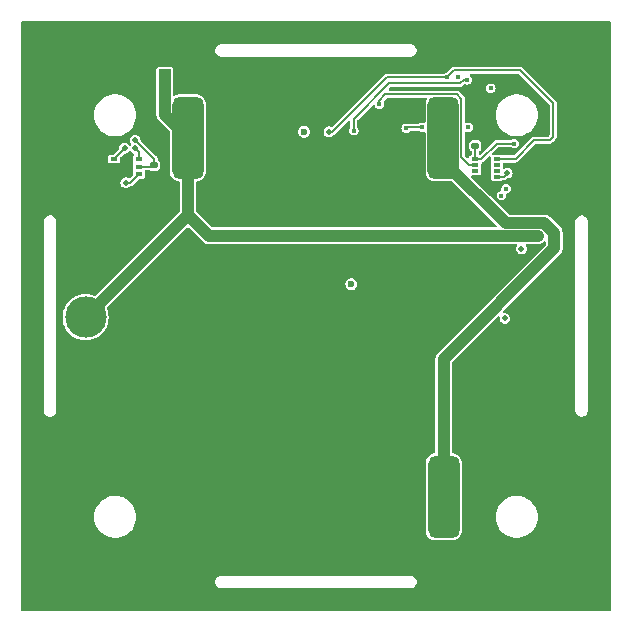
<source format=gtl>
G04 #@! TF.GenerationSoftware,KiCad,Pcbnew,7.0.2*
G04 #@! TF.CreationDate,2023-06-06T15:17:54-04:00*
G04 #@! TF.ProjectId,TopExternalFaceRev1,546f7045-7874-4657-926e-616c46616365,rev?*
G04 #@! TF.SameCoordinates,Original*
G04 #@! TF.FileFunction,Copper,L1,Top*
G04 #@! TF.FilePolarity,Positive*
%FSLAX46Y46*%
G04 Gerber Fmt 4.6, Leading zero omitted, Abs format (unit mm)*
G04 Created by KiCad (PCBNEW 7.0.2) date 2023-06-06 15:17:54*
%MOMM*%
%LPD*%
G01*
G04 APERTURE LIST*
G04 Aperture macros list*
%AMRoundRect*
0 Rectangle with rounded corners*
0 $1 Rounding radius*
0 $2 $3 $4 $5 $6 $7 $8 $9 X,Y pos of 4 corners*
0 Add a 4 corners polygon primitive as box body*
4,1,4,$2,$3,$4,$5,$6,$7,$8,$9,$2,$3,0*
0 Add four circle primitives for the rounded corners*
1,1,$1+$1,$2,$3*
1,1,$1+$1,$4,$5*
1,1,$1+$1,$6,$7*
1,1,$1+$1,$8,$9*
0 Add four rect primitives between the rounded corners*
20,1,$1+$1,$2,$3,$4,$5,0*
20,1,$1+$1,$4,$5,$6,$7,0*
20,1,$1+$1,$6,$7,$8,$9,0*
20,1,$1+$1,$8,$9,$2,$3,0*%
G04 Aperture macros list end*
G04 #@! TA.AperFunction,SMDPad,CuDef*
%ADD10C,3.500000*%
G04 #@! TD*
G04 #@! TA.AperFunction,SMDPad,CuDef*
%ADD11R,1.000000X1.000000*%
G04 #@! TD*
G04 #@! TA.AperFunction,SMDPad,CuDef*
%ADD12RoundRect,0.140000X-0.170000X0.140000X-0.170000X-0.140000X0.170000X-0.140000X0.170000X0.140000X0*%
G04 #@! TD*
G04 #@! TA.AperFunction,SMDPad,CuDef*
%ADD13RoundRect,0.140000X0.170000X-0.140000X0.170000X0.140000X-0.170000X0.140000X-0.170000X-0.140000X0*%
G04 #@! TD*
G04 #@! TA.AperFunction,SMDPad,CuDef*
%ADD14R,0.620000X0.300000*%
G04 #@! TD*
G04 #@! TA.AperFunction,SMDPad,CuDef*
%ADD15RoundRect,0.660750X0.660750X2.839250X-0.660750X2.839250X-0.660750X-2.839250X0.660750X-2.839250X0*%
G04 #@! TD*
G04 #@! TA.AperFunction,SMDPad,CuDef*
%ADD16RoundRect,0.660750X-0.660750X-2.839250X0.660750X-2.839250X0.660750X2.839250X-0.660750X2.839250X0*%
G04 #@! TD*
G04 #@! TA.AperFunction,SMDPad,CuDef*
%ADD17R,0.600000X0.350000*%
G04 #@! TD*
G04 #@! TA.AperFunction,SMDPad,CuDef*
%ADD18R,1.100000X1.700000*%
G04 #@! TD*
G04 #@! TA.AperFunction,ViaPad*
%ADD19C,0.600000*%
G04 #@! TD*
G04 #@! TA.AperFunction,ViaPad*
%ADD20C,0.400000*%
G04 #@! TD*
G04 #@! TA.AperFunction,ViaPad*
%ADD21C,0.500000*%
G04 #@! TD*
G04 #@! TA.AperFunction,Conductor*
%ADD22C,1.000000*%
G04 #@! TD*
G04 #@! TA.AperFunction,Conductor*
%ADD23C,0.200000*%
G04 #@! TD*
G04 APERTURE END LIST*
D10*
X144500000Y-125100000D03*
X105500000Y-125100000D03*
D11*
X112200000Y-104600000D03*
D12*
X138500000Y-109620000D03*
X138500000Y-110580000D03*
D13*
X111300000Y-113180000D03*
X111300000Y-112220000D03*
D14*
X138500000Y-111700000D03*
X138500000Y-112200000D03*
X138500000Y-112700000D03*
X138500000Y-113200000D03*
X140320000Y-113200000D03*
X140320000Y-112700000D03*
X140320000Y-112200000D03*
X140320000Y-111700000D03*
D15*
X114178500Y-140300000D03*
X135821500Y-140300000D03*
D16*
X135800000Y-109900000D03*
X114157000Y-109900000D03*
D17*
X107900000Y-111700000D03*
X107900000Y-112350000D03*
X107900000Y-113000000D03*
X110000000Y-113000000D03*
X110000000Y-112350000D03*
X110000000Y-111700000D03*
D18*
X108950000Y-112350000D03*
D19*
X131200000Y-107700000D03*
X144500000Y-127600000D03*
X118700000Y-109100000D03*
X109600000Y-115400000D03*
X122500000Y-122300000D03*
X122500000Y-127900000D03*
X114200000Y-103000000D03*
X147000000Y-147000000D03*
X128100000Y-127900000D03*
X147000000Y-103000000D03*
X148900000Y-108900000D03*
X103000000Y-147000000D03*
X113500000Y-147000000D03*
X103000000Y-103000000D03*
X146000000Y-122200000D03*
X144300000Y-109200000D03*
X143800000Y-118200000D03*
D20*
X139800000Y-105700000D03*
D21*
X141000000Y-125200000D03*
D19*
X124000000Y-109400000D03*
D20*
X141800000Y-110400000D03*
X137000000Y-104800000D03*
D21*
X109700000Y-110100000D03*
D20*
X140700000Y-114800000D03*
D19*
X128000000Y-122300000D03*
D20*
X141100000Y-114200000D03*
X132650000Y-109100000D03*
X134000000Y-109000000D03*
X137800000Y-105000000D03*
X128200000Y-109300000D03*
D21*
X108800000Y-110800000D03*
X141200000Y-112900000D03*
X108900000Y-113700000D03*
D20*
X130350000Y-107050000D03*
D21*
X126100000Y-109400000D03*
D20*
X136100000Y-104800000D03*
D21*
X109700000Y-110800000D03*
D20*
X137900000Y-109000000D03*
D21*
X142400000Y-119300000D03*
D22*
X114157000Y-116443000D02*
X115914000Y-118200000D01*
X112200000Y-104600000D02*
X112200000Y-107943000D01*
X105500000Y-125100000D02*
X114157000Y-116443000D01*
X114157000Y-116443000D02*
X114157000Y-109900000D01*
X115914000Y-118200000D02*
X143800000Y-118200000D01*
X112200000Y-107943000D02*
X114157000Y-109900000D01*
D23*
X139000000Y-111700000D02*
X140300000Y-110400000D01*
X138500000Y-111700000D02*
X139000000Y-111700000D01*
X110000000Y-112350000D02*
X111170000Y-112350000D01*
X111300000Y-112220000D02*
X111300000Y-111700000D01*
X140900000Y-110400000D02*
X141800000Y-110400000D01*
X111170000Y-112350000D02*
X111300000Y-112220000D01*
X140300000Y-110400000D02*
X140900000Y-110400000D01*
X111300000Y-111700000D02*
X109700000Y-110100000D01*
X138500000Y-110580000D02*
X138500000Y-111700000D01*
X132750000Y-109000000D02*
X132650000Y-109100000D01*
X134000000Y-109000000D02*
X132750000Y-109000000D01*
X137800000Y-105000000D02*
X137500000Y-105000000D01*
X131200000Y-105300000D02*
X128200000Y-108300000D01*
X140320000Y-113200000D02*
X140900000Y-113200000D01*
X137200000Y-105300000D02*
X131200000Y-105300000D01*
X128200000Y-108300000D02*
X128200000Y-109300000D01*
X137500000Y-105000000D02*
X137200000Y-105300000D01*
X140900000Y-113200000D02*
X141200000Y-112900000D01*
X107900000Y-111700000D02*
X108800000Y-110800000D01*
X137990000Y-112200000D02*
X137311500Y-111521500D01*
X138500000Y-112200000D02*
X137990000Y-112200000D01*
X136910000Y-106210000D02*
X130890000Y-106210000D01*
X130890000Y-106210000D02*
X130350000Y-106750000D01*
X109300000Y-113700000D02*
X108900000Y-113700000D01*
X110000000Y-113000000D02*
X109300000Y-113700000D01*
X137311500Y-111521500D02*
X137311500Y-106611500D01*
X130350000Y-106750000D02*
X130350000Y-107050000D01*
X137311500Y-106611500D02*
X136910000Y-106210000D01*
X140320000Y-111700000D02*
X141900707Y-111700000D01*
X110000000Y-111100000D02*
X109700000Y-110800000D01*
X110000000Y-111700000D02*
X110000000Y-111100000D01*
X145100000Y-109800000D02*
X145100000Y-107000000D01*
X144800000Y-110100000D02*
X145100000Y-109800000D01*
X145100000Y-107000000D02*
X142300000Y-104200000D01*
X136100000Y-104800000D02*
X131000000Y-104800000D01*
X126400000Y-109400000D02*
X126100000Y-109400000D01*
X141900707Y-111700000D02*
X143500707Y-110100000D01*
X142300000Y-104200000D02*
X136700000Y-104200000D01*
X143500707Y-110100000D02*
X144800000Y-110100000D01*
X131000000Y-104800000D02*
X126400000Y-109400000D01*
X136700000Y-104200000D02*
X136100000Y-104800000D01*
D22*
X144351286Y-117110499D02*
X145189501Y-117948714D01*
X135800000Y-109900000D02*
X135800000Y-111859213D01*
X145189501Y-119251286D02*
X135821500Y-128619287D01*
X135800000Y-111859213D02*
X141051286Y-117110499D01*
X135821500Y-128619287D02*
X135821500Y-140300000D01*
X145189501Y-117948714D02*
X145189501Y-119251286D01*
X141051286Y-117110499D02*
X144351286Y-117110499D01*
G04 #@! TA.AperFunction,Conductor*
G36*
X142192712Y-104519407D02*
G01*
X142204525Y-104529496D01*
X144770504Y-107095475D01*
X144798281Y-107149992D01*
X144799500Y-107165479D01*
X144799500Y-109634521D01*
X144780593Y-109692712D01*
X144770504Y-109704524D01*
X144704526Y-109770503D01*
X144650010Y-109798281D01*
X144634522Y-109799500D01*
X143565873Y-109799500D01*
X143549952Y-109796902D01*
X143496066Y-109799394D01*
X143491494Y-109799500D01*
X143472861Y-109799500D01*
X143472738Y-109799523D01*
X143459127Y-109801101D01*
X143430716Y-109802414D01*
X143421723Y-109806385D01*
X143399934Y-109813132D01*
X143390272Y-109814938D01*
X143366087Y-109829912D01*
X143353966Y-109836301D01*
X143327941Y-109847792D01*
X143320991Y-109854743D01*
X143303115Y-109868903D01*
X143294755Y-109874080D01*
X143277614Y-109896777D01*
X143268617Y-109907117D01*
X141805232Y-111370504D01*
X141750715Y-111398281D01*
X141735228Y-111399500D01*
X140795682Y-111399500D01*
X140740680Y-111382815D01*
X140708231Y-111361133D01*
X140700177Y-111359531D01*
X140649748Y-111349500D01*
X140014479Y-111349500D01*
X139956288Y-111330593D01*
X139920324Y-111281093D01*
X139920324Y-111219907D01*
X139944476Y-111180496D01*
X140395477Y-110729496D01*
X140449993Y-110701719D01*
X140465480Y-110700500D01*
X140843827Y-110700500D01*
X141493101Y-110700500D01*
X141551292Y-110719407D01*
X141561046Y-110727738D01*
X141561657Y-110728049D01*
X141561658Y-110728050D01*
X141674696Y-110785646D01*
X141737347Y-110795568D01*
X141799999Y-110805492D01*
X141799999Y-110805491D01*
X141800000Y-110805492D01*
X141925304Y-110785646D01*
X142038342Y-110728050D01*
X142128050Y-110638342D01*
X142185646Y-110525304D01*
X142205492Y-110400000D01*
X142185646Y-110274696D01*
X142128050Y-110161658D01*
X142038342Y-110071950D01*
X141925304Y-110014354D01*
X141925303Y-110014353D01*
X141925302Y-110014353D01*
X141800000Y-109994507D01*
X141674697Y-110014353D01*
X141616595Y-110043958D01*
X141561658Y-110071950D01*
X141561657Y-110071950D01*
X141547687Y-110079069D01*
X141547400Y-110078505D01*
X141508588Y-110098281D01*
X141493101Y-110099500D01*
X140365166Y-110099500D01*
X140349245Y-110096902D01*
X140295359Y-110099394D01*
X140290787Y-110099500D01*
X140272154Y-110099500D01*
X140272031Y-110099523D01*
X140258420Y-110101101D01*
X140230009Y-110102414D01*
X140221016Y-110106385D01*
X140199227Y-110113132D01*
X140189565Y-110114938D01*
X140165380Y-110129912D01*
X140153259Y-110136301D01*
X140127234Y-110147792D01*
X140120284Y-110154743D01*
X140102408Y-110168903D01*
X140094048Y-110174080D01*
X140076907Y-110196777D01*
X140067910Y-110207117D01*
X138969504Y-111305524D01*
X138914987Y-111333301D01*
X138854555Y-111323730D01*
X138811290Y-111280465D01*
X138800500Y-111235520D01*
X138800500Y-111097917D01*
X138819407Y-111039726D01*
X138857661Y-111008193D01*
X138863641Y-111005403D01*
X138868316Y-111003224D01*
X138953224Y-110918316D01*
X139003972Y-110809487D01*
X139010500Y-110759901D01*
X139010499Y-110400100D01*
X139003972Y-110350513D01*
X138953224Y-110241684D01*
X138868316Y-110156776D01*
X138868314Y-110156775D01*
X138868313Y-110156774D01*
X138759488Y-110106028D01*
X138713114Y-110099923D01*
X138709901Y-110099500D01*
X138706660Y-110099500D01*
X138293342Y-110099500D01*
X138293326Y-110099500D01*
X138290100Y-110099501D01*
X138286892Y-110099923D01*
X138286880Y-110099924D01*
X138240513Y-110106027D01*
X138131685Y-110156775D01*
X138046774Y-110241686D01*
X137996028Y-110350511D01*
X137996027Y-110350513D01*
X137996028Y-110350513D01*
X137989500Y-110400099D01*
X137989500Y-110403338D01*
X137989500Y-110403339D01*
X137989500Y-110756657D01*
X137989500Y-110756672D01*
X137989501Y-110759900D01*
X137989923Y-110763108D01*
X137989924Y-110763119D01*
X137996027Y-110809486D01*
X138018425Y-110857517D01*
X138046776Y-110918316D01*
X138131684Y-111003224D01*
X138131685Y-111003224D01*
X138131686Y-111003225D01*
X138142339Y-111008193D01*
X138187087Y-111049921D01*
X138199500Y-111097917D01*
X138199500Y-111262434D01*
X138180593Y-111320625D01*
X138131093Y-111356589D01*
X138119817Y-111359531D01*
X138111770Y-111361131D01*
X138045447Y-111405447D01*
X138001133Y-111471768D01*
X137989500Y-111530253D01*
X137989500Y-111535521D01*
X137970593Y-111593712D01*
X137921093Y-111629676D01*
X137859907Y-111629676D01*
X137820496Y-111605525D01*
X137640996Y-111426025D01*
X137613219Y-111371508D01*
X137612000Y-111356021D01*
X137612000Y-109464301D01*
X137630907Y-109406110D01*
X137680407Y-109370146D01*
X137741593Y-109370146D01*
X137755942Y-109376090D01*
X137774696Y-109385646D01*
X137900000Y-109405492D01*
X138025304Y-109385646D01*
X138138342Y-109328050D01*
X138228050Y-109238342D01*
X138285646Y-109125304D01*
X138305492Y-109000000D01*
X138285646Y-108874696D01*
X138228050Y-108761658D01*
X138138342Y-108671950D01*
X138025304Y-108614354D01*
X138025303Y-108614353D01*
X138025302Y-108614353D01*
X137900000Y-108594507D01*
X137774695Y-108614354D01*
X137755944Y-108623908D01*
X137695511Y-108633479D01*
X137640995Y-108605700D01*
X137613219Y-108551183D01*
X137612000Y-108535698D01*
X137612000Y-108000000D01*
X140219520Y-108000000D01*
X140239406Y-108265364D01*
X140298622Y-108524803D01*
X140367430Y-108700122D01*
X140395844Y-108772521D01*
X140528899Y-109002980D01*
X140540761Y-109017854D01*
X140694817Y-109211034D01*
X140820931Y-109328050D01*
X140889890Y-109392035D01*
X141109761Y-109541940D01*
X141349518Y-109657401D01*
X141603806Y-109735839D01*
X141603807Y-109735839D01*
X141603810Y-109735840D01*
X141866943Y-109775500D01*
X141866945Y-109775500D01*
X142133057Y-109775500D01*
X142396189Y-109735840D01*
X142396190Y-109735839D01*
X142396194Y-109735839D01*
X142650482Y-109657401D01*
X142890240Y-109541940D01*
X143110110Y-109392035D01*
X143305183Y-109211033D01*
X143471101Y-109002980D01*
X143604156Y-108772521D01*
X143701377Y-108524805D01*
X143760593Y-108265367D01*
X143780479Y-108000000D01*
X143760593Y-107734633D01*
X143701377Y-107475195D01*
X143604156Y-107227479D01*
X143471101Y-106997020D01*
X143393016Y-106899105D01*
X143305182Y-106788965D01*
X143110113Y-106607968D01*
X143110110Y-106607965D01*
X142890240Y-106458060D01*
X142798538Y-106413899D01*
X142650484Y-106342600D01*
X142650482Y-106342599D01*
X142526956Y-106304496D01*
X142396189Y-106264159D01*
X142133057Y-106224500D01*
X142133055Y-106224500D01*
X141866945Y-106224500D01*
X141866943Y-106224500D01*
X141603810Y-106264159D01*
X141349515Y-106342600D01*
X141109764Y-106458058D01*
X141109761Y-106458059D01*
X141109761Y-106458060D01*
X140894876Y-106604566D01*
X140889886Y-106607968D01*
X140694817Y-106788965D01*
X140528900Y-106997018D01*
X140395844Y-107227478D01*
X140298622Y-107475196D01*
X140239406Y-107734635D01*
X140219520Y-108000000D01*
X137612000Y-108000000D01*
X137612000Y-106676667D01*
X137614597Y-106660747D01*
X137612106Y-106606858D01*
X137612000Y-106602286D01*
X137612000Y-106583656D01*
X137611980Y-106583550D01*
X137610398Y-106569930D01*
X137609085Y-106541509D01*
X137605114Y-106532516D01*
X137598366Y-106510725D01*
X137596561Y-106501067D01*
X137581586Y-106476881D01*
X137575193Y-106464751D01*
X137563706Y-106438734D01*
X137556756Y-106431784D01*
X137542590Y-106413899D01*
X137537419Y-106405548D01*
X137514721Y-106388407D01*
X137504379Y-106379408D01*
X137168566Y-106043595D01*
X137159145Y-106030501D01*
X137119273Y-105994152D01*
X137115967Y-105990995D01*
X137102796Y-105977825D01*
X137102697Y-105977757D01*
X137091954Y-105969247D01*
X137070934Y-105950085D01*
X137070933Y-105950084D01*
X137061762Y-105946531D01*
X137041587Y-105935896D01*
X137033481Y-105930344D01*
X137005797Y-105923832D01*
X136992704Y-105919777D01*
X136966175Y-105909500D01*
X136966173Y-105909500D01*
X136956348Y-105909500D01*
X136933682Y-105906870D01*
X136924119Y-105904621D01*
X136924118Y-105904621D01*
X136895947Y-105908551D01*
X136882269Y-105909500D01*
X131254479Y-105909500D01*
X131196288Y-105890593D01*
X131160324Y-105841093D01*
X131160324Y-105779907D01*
X131184475Y-105740496D01*
X131224971Y-105700000D01*
X139394507Y-105700000D01*
X139414353Y-105825302D01*
X139414353Y-105825303D01*
X139414354Y-105825304D01*
X139471950Y-105938342D01*
X139561658Y-106028050D01*
X139674696Y-106085646D01*
X139800000Y-106105492D01*
X139925304Y-106085646D01*
X140038342Y-106028050D01*
X140128050Y-105938342D01*
X140185646Y-105825304D01*
X140205492Y-105700000D01*
X140185646Y-105574696D01*
X140128050Y-105461658D01*
X140038342Y-105371950D01*
X139925304Y-105314354D01*
X139925303Y-105314353D01*
X139925302Y-105314353D01*
X139800000Y-105294507D01*
X139674697Y-105314353D01*
X139561659Y-105371949D01*
X139471949Y-105461659D01*
X139414353Y-105574697D01*
X139394507Y-105700000D01*
X131224971Y-105700000D01*
X131295475Y-105629496D01*
X131349992Y-105601719D01*
X131365479Y-105600500D01*
X137134835Y-105600500D01*
X137150755Y-105603097D01*
X137157764Y-105602772D01*
X137157765Y-105602773D01*
X137204641Y-105600606D01*
X137209214Y-105600500D01*
X137227844Y-105600500D01*
X137227951Y-105600480D01*
X137241571Y-105598898D01*
X137269992Y-105597585D01*
X137278982Y-105593615D01*
X137300772Y-105586866D01*
X137310433Y-105585061D01*
X137334623Y-105570082D01*
X137346722Y-105563704D01*
X137372765Y-105552206D01*
X137379710Y-105545259D01*
X137397597Y-105531091D01*
X137405952Y-105525919D01*
X137423095Y-105503216D01*
X137432082Y-105492887D01*
X137534159Y-105390810D01*
X137588674Y-105363035D01*
X137649103Y-105372605D01*
X137674696Y-105385646D01*
X137800000Y-105405492D01*
X137925304Y-105385646D01*
X138038342Y-105328050D01*
X138128050Y-105238342D01*
X138185646Y-105125304D01*
X138205492Y-105000000D01*
X138185646Y-104874696D01*
X138128050Y-104761658D01*
X138038342Y-104671950D01*
X138038339Y-104671948D01*
X138035895Y-104669504D01*
X138008118Y-104614987D01*
X138017689Y-104554555D01*
X138060954Y-104511290D01*
X138105899Y-104500500D01*
X142134521Y-104500500D01*
X142192712Y-104519407D01*
G37*
G04 #@! TD.AperFunction*
G04 #@! TA.AperFunction,Conductor*
G36*
X149933691Y-100044407D02*
G01*
X149969655Y-100093907D01*
X149974500Y-100124500D01*
X149974500Y-149875500D01*
X149955593Y-149933691D01*
X149906093Y-149969655D01*
X149875500Y-149974500D01*
X100124500Y-149974500D01*
X100066309Y-149955593D01*
X100030345Y-149906093D01*
X100025500Y-149875500D01*
X100025500Y-147569182D01*
X116474499Y-147569182D01*
X116488869Y-147622810D01*
X116510312Y-147702836D01*
X116579495Y-147822665D01*
X116677335Y-147920505D01*
X116797164Y-147989688D01*
X116930817Y-148025500D01*
X116930818Y-148025500D01*
X133069182Y-148025500D01*
X133069183Y-148025500D01*
X133202836Y-147989688D01*
X133322665Y-147920505D01*
X133420505Y-147822665D01*
X133489688Y-147702836D01*
X133525500Y-147569183D01*
X133525500Y-147430817D01*
X133489688Y-147297164D01*
X133420505Y-147177335D01*
X133322665Y-147079495D01*
X133202836Y-147010312D01*
X133069183Y-146974500D01*
X133005072Y-146974500D01*
X125005072Y-146974500D01*
X117008285Y-146974500D01*
X117000000Y-146974500D01*
X116930817Y-146974500D01*
X116797163Y-147010311D01*
X116797164Y-147010312D01*
X116677336Y-147079494D01*
X116579494Y-147177336D01*
X116510312Y-147297164D01*
X116474499Y-147430817D01*
X116474499Y-147569182D01*
X100025500Y-147569182D01*
X100025500Y-142000000D01*
X106219520Y-142000000D01*
X106239406Y-142265364D01*
X106298622Y-142524803D01*
X106298623Y-142524805D01*
X106395844Y-142772521D01*
X106510692Y-142971445D01*
X106528900Y-143002981D01*
X106694817Y-143211034D01*
X106842721Y-143348268D01*
X106889890Y-143392035D01*
X107109761Y-143541940D01*
X107349518Y-143657401D01*
X107603806Y-143735839D01*
X107603807Y-143735839D01*
X107603810Y-143735840D01*
X107866943Y-143775500D01*
X107866945Y-143775500D01*
X108133057Y-143775500D01*
X108396189Y-143735840D01*
X108396190Y-143735839D01*
X108396194Y-143735839D01*
X108650482Y-143657401D01*
X108890240Y-143541940D01*
X109110110Y-143392035D01*
X109305183Y-143211033D01*
X109471101Y-143002980D01*
X109604156Y-142772521D01*
X109701377Y-142524805D01*
X109760593Y-142265367D01*
X109780479Y-142000000D01*
X109760593Y-141734633D01*
X109701377Y-141475195D01*
X109604156Y-141227479D01*
X109471101Y-140997020D01*
X109335547Y-140827042D01*
X109305182Y-140788965D01*
X109110113Y-140607968D01*
X109110110Y-140607965D01*
X108890240Y-140458060D01*
X108650482Y-140342599D01*
X108534620Y-140306860D01*
X108396189Y-140264159D01*
X108133057Y-140224500D01*
X108133055Y-140224500D01*
X107866945Y-140224500D01*
X107866943Y-140224500D01*
X107603810Y-140264159D01*
X107349515Y-140342600D01*
X107109764Y-140458058D01*
X106889886Y-140607968D01*
X106694817Y-140788965D01*
X106528900Y-140997018D01*
X106395844Y-141227478D01*
X106298622Y-141475196D01*
X106239406Y-141734635D01*
X106219520Y-142000000D01*
X100025500Y-142000000D01*
X100025500Y-117035922D01*
X101974498Y-117035922D01*
X101974499Y-117035935D01*
X101974499Y-125014616D01*
X101974500Y-125014621D01*
X101974500Y-132991714D01*
X101974500Y-132991715D01*
X101974500Y-133000000D01*
X101974500Y-133069183D01*
X102010312Y-133202836D01*
X102079495Y-133322665D01*
X102177335Y-133420505D01*
X102297164Y-133489688D01*
X102430817Y-133525500D01*
X102430818Y-133525500D01*
X102569182Y-133525500D01*
X102569183Y-133525500D01*
X102702836Y-133489688D01*
X102822665Y-133420505D01*
X102920505Y-133322665D01*
X102989688Y-133202836D01*
X103025500Y-133069183D01*
X103025500Y-133000000D01*
X103025500Y-132991715D01*
X103025500Y-125100000D01*
X103544518Y-125100000D01*
X103564422Y-125378299D01*
X103623728Y-125650919D01*
X103721230Y-125912337D01*
X103854943Y-126157212D01*
X103854944Y-126157213D01*
X104022145Y-126380568D01*
X104219432Y-126577855D01*
X104219435Y-126577857D01*
X104442787Y-126745056D01*
X104687662Y-126878769D01*
X104753016Y-126903144D01*
X104949077Y-126976271D01*
X105134826Y-127016678D01*
X105221700Y-127035577D01*
X105221702Y-127035577D01*
X105221706Y-127035578D01*
X105500000Y-127055482D01*
X105778294Y-127035578D01*
X106050923Y-126976271D01*
X106312337Y-126878769D01*
X106557213Y-126745056D01*
X106780568Y-126577855D01*
X106977855Y-126380568D01*
X107145056Y-126157213D01*
X107278769Y-125912337D01*
X107376271Y-125650923D01*
X107435578Y-125378294D01*
X107455482Y-125100000D01*
X107435578Y-124821706D01*
X107419870Y-124749500D01*
X107397426Y-124646324D01*
X107376271Y-124549077D01*
X107307582Y-124364918D01*
X107304963Y-124303790D01*
X107330335Y-124260320D01*
X109290655Y-122300000D01*
X127494352Y-122300000D01*
X127514834Y-122442455D01*
X127514835Y-122442457D01*
X127574623Y-122573373D01*
X127668872Y-122682143D01*
X127668874Y-122682145D01*
X127789945Y-122759952D01*
X127789947Y-122759953D01*
X127928039Y-122800500D01*
X128071961Y-122800500D01*
X128210053Y-122759953D01*
X128331128Y-122682143D01*
X128425377Y-122573373D01*
X128485165Y-122442457D01*
X128505647Y-122300000D01*
X128485165Y-122157543D01*
X128425377Y-122026627D01*
X128331128Y-121917857D01*
X128331127Y-121917856D01*
X128331125Y-121917854D01*
X128210054Y-121840047D01*
X128071961Y-121799500D01*
X127928039Y-121799500D01*
X127789945Y-121840047D01*
X127668874Y-121917854D01*
X127574622Y-122026628D01*
X127514834Y-122157544D01*
X127494352Y-122300000D01*
X109290655Y-122300000D01*
X114086999Y-117503657D01*
X114141512Y-117475883D01*
X114201944Y-117485454D01*
X114227003Y-117503660D01*
X115401597Y-118678254D01*
X115405695Y-118682609D01*
X115446069Y-118728182D01*
X115496191Y-118762779D01*
X115501007Y-118766323D01*
X115532393Y-118790912D01*
X115548943Y-118803878D01*
X115560252Y-118808967D01*
X115575855Y-118817767D01*
X115586070Y-118824818D01*
X115643018Y-118846415D01*
X115648530Y-118848698D01*
X115704068Y-118873694D01*
X115716272Y-118875930D01*
X115733532Y-118880742D01*
X115745128Y-118885140D01*
X115805605Y-118892483D01*
X115811470Y-118893375D01*
X115871394Y-118904357D01*
X115871394Y-118904356D01*
X115871395Y-118904357D01*
X115908059Y-118902139D01*
X115932167Y-118900680D01*
X115938144Y-118900500D01*
X141933292Y-118900500D01*
X141991483Y-118919407D01*
X142027447Y-118968907D01*
X142027447Y-119030093D01*
X142021645Y-119040356D01*
X142023030Y-119040989D01*
X141963302Y-119171772D01*
X141944866Y-119300000D01*
X141963302Y-119428227D01*
X142017116Y-119546062D01*
X142078013Y-119616341D01*
X142101951Y-119643967D01*
X142210931Y-119714004D01*
X142335228Y-119750500D01*
X142464772Y-119750500D01*
X142589069Y-119714004D01*
X142698049Y-119643967D01*
X142782882Y-119546063D01*
X142782881Y-119546063D01*
X142782883Y-119546062D01*
X142836697Y-119428227D01*
X142855133Y-119300000D01*
X142836697Y-119171772D01*
X142776970Y-119040989D01*
X142781208Y-119039053D01*
X142768077Y-119008043D01*
X142781893Y-118948438D01*
X142828104Y-118908337D01*
X142866708Y-118900500D01*
X143839385Y-118900500D01*
X143842372Y-118900500D01*
X143968872Y-118885140D01*
X144127930Y-118824818D01*
X144267929Y-118728183D01*
X144315899Y-118674034D01*
X144368638Y-118643017D01*
X144429538Y-118648922D01*
X144475336Y-118689496D01*
X144489001Y-118739685D01*
X144489001Y-118920120D01*
X144470094Y-118978311D01*
X144460005Y-118990124D01*
X135343243Y-128106885D01*
X135338890Y-128110982D01*
X135293318Y-128151357D01*
X135258723Y-128201474D01*
X135255182Y-128206286D01*
X135217621Y-128254231D01*
X135212529Y-128265544D01*
X135203730Y-128281144D01*
X135196682Y-128291354D01*
X135175093Y-128348280D01*
X135172806Y-128353802D01*
X135147805Y-128409354D01*
X135145567Y-128421566D01*
X135140758Y-128438818D01*
X135136360Y-128450416D01*
X135129021Y-128510849D01*
X135128122Y-128516756D01*
X135117141Y-128576682D01*
X135120819Y-128637463D01*
X135121000Y-128643441D01*
X135121000Y-136505758D01*
X135102093Y-136563949D01*
X135052593Y-136599913D01*
X135045892Y-136601832D01*
X135043797Y-136602352D01*
X135043796Y-136602353D01*
X134985290Y-136616902D01*
X134861998Y-136647563D01*
X134694175Y-136730796D01*
X134548164Y-136848164D01*
X134430796Y-136994175D01*
X134347563Y-137161998D01*
X134302352Y-137343798D01*
X134299613Y-137384198D01*
X134299500Y-137385868D01*
X134299500Y-143214132D01*
X134299612Y-143215795D01*
X134299613Y-143215801D01*
X134302352Y-143256201D01*
X134347563Y-143438001D01*
X134430796Y-143605824D01*
X134430797Y-143605825D01*
X134430798Y-143605827D01*
X134548164Y-143751836D01*
X134694173Y-143869202D01*
X134862000Y-143952437D01*
X135043796Y-143997647D01*
X135085868Y-144000500D01*
X135087539Y-144000500D01*
X136555461Y-144000500D01*
X136557132Y-144000500D01*
X136599204Y-143997647D01*
X136781000Y-143952437D01*
X136948827Y-143869202D01*
X137094836Y-143751836D01*
X137212202Y-143605827D01*
X137295437Y-143438000D01*
X137340647Y-143256204D01*
X137343500Y-143214132D01*
X137343500Y-141999999D01*
X140219520Y-141999999D01*
X140239406Y-142265364D01*
X140298622Y-142524803D01*
X140298623Y-142524805D01*
X140395844Y-142772521D01*
X140510692Y-142971445D01*
X140528900Y-143002981D01*
X140694817Y-143211034D01*
X140842721Y-143348268D01*
X140889890Y-143392035D01*
X141109761Y-143541940D01*
X141349518Y-143657401D01*
X141603806Y-143735839D01*
X141603807Y-143735839D01*
X141603810Y-143735840D01*
X141866943Y-143775500D01*
X141866945Y-143775500D01*
X142133057Y-143775500D01*
X142396189Y-143735840D01*
X142396190Y-143735839D01*
X142396194Y-143735839D01*
X142650482Y-143657401D01*
X142890240Y-143541940D01*
X143110110Y-143392035D01*
X143305183Y-143211033D01*
X143471101Y-143002980D01*
X143604156Y-142772521D01*
X143701377Y-142524805D01*
X143760593Y-142265367D01*
X143780479Y-142000000D01*
X143760593Y-141734633D01*
X143701377Y-141475195D01*
X143604156Y-141227479D01*
X143471101Y-140997020D01*
X143335547Y-140827042D01*
X143305182Y-140788965D01*
X143110113Y-140607968D01*
X143110110Y-140607965D01*
X142890240Y-140458060D01*
X142650482Y-140342599D01*
X142534620Y-140306860D01*
X142396189Y-140264159D01*
X142133057Y-140224500D01*
X142133055Y-140224500D01*
X141866945Y-140224500D01*
X141866943Y-140224500D01*
X141603810Y-140264159D01*
X141349515Y-140342600D01*
X141109764Y-140458058D01*
X140889886Y-140607968D01*
X140694817Y-140788965D01*
X140528900Y-140997018D01*
X140395844Y-141227478D01*
X140298622Y-141475196D01*
X140239406Y-141734635D01*
X140219520Y-141999999D01*
X137343500Y-141999999D01*
X137343500Y-137385868D01*
X137340647Y-137343796D01*
X137295437Y-137162000D01*
X137212202Y-136994173D01*
X137094836Y-136848164D01*
X136948827Y-136730798D01*
X136948825Y-136730797D01*
X136948824Y-136730796D01*
X136781001Y-136647563D01*
X136688268Y-136624502D01*
X136599204Y-136602353D01*
X136599202Y-136602352D01*
X136597108Y-136601832D01*
X136545200Y-136569440D01*
X136522245Y-136512724D01*
X136522000Y-136505758D01*
X136522000Y-133069183D01*
X146974500Y-133069183D01*
X147010312Y-133202836D01*
X147079495Y-133322665D01*
X147177335Y-133420505D01*
X147297164Y-133489688D01*
X147430817Y-133525500D01*
X147430818Y-133525500D01*
X147569182Y-133525500D01*
X147569183Y-133525500D01*
X147702836Y-133489688D01*
X147822665Y-133420505D01*
X147920505Y-133322665D01*
X147989688Y-133202836D01*
X148025500Y-133069183D01*
X148025500Y-133000000D01*
X148025500Y-132991715D01*
X148025500Y-124994928D01*
X148025500Y-124994927D01*
X148025500Y-116994928D01*
X148025500Y-116930817D01*
X147989688Y-116797164D01*
X147920505Y-116677335D01*
X147822665Y-116579495D01*
X147702836Y-116510312D01*
X147569183Y-116474500D01*
X147430817Y-116474500D01*
X147389089Y-116485681D01*
X147297164Y-116510312D01*
X147177336Y-116579494D01*
X147177335Y-116579495D01*
X147079495Y-116677335D01*
X147010312Y-116797164D01*
X146974500Y-116930817D01*
X146974500Y-116994928D01*
X146974500Y-124994927D01*
X146974500Y-124994928D01*
X146974500Y-132991714D01*
X146974500Y-132991715D01*
X146974500Y-133000000D01*
X146974500Y-133069183D01*
X136522000Y-133069183D01*
X136522000Y-128950451D01*
X136540907Y-128892260D01*
X136550990Y-128880453D01*
X140387172Y-125044271D01*
X140441686Y-125016496D01*
X140502118Y-125026067D01*
X140545383Y-125069332D01*
X140555166Y-125128365D01*
X140544867Y-125200000D01*
X140563302Y-125328227D01*
X140617116Y-125446062D01*
X140701949Y-125543965D01*
X140701951Y-125543967D01*
X140810931Y-125614004D01*
X140935228Y-125650500D01*
X141064772Y-125650500D01*
X141189069Y-125614004D01*
X141298049Y-125543967D01*
X141382882Y-125446063D01*
X141382881Y-125446063D01*
X141382883Y-125446062D01*
X141436697Y-125328227D01*
X141455133Y-125200000D01*
X141436697Y-125071772D01*
X141382883Y-124953937D01*
X141298050Y-124856034D01*
X141298049Y-124856033D01*
X141243559Y-124821014D01*
X141189068Y-124785995D01*
X141064772Y-124749500D01*
X140935228Y-124749500D01*
X140920994Y-124749500D01*
X140920994Y-124744758D01*
X140886380Y-124743291D01*
X140838448Y-124705263D01*
X140822022Y-124646324D01*
X140843377Y-124588986D01*
X140850916Y-124580527D01*
X145667779Y-119763663D01*
X145672081Y-119759614D01*
X145717684Y-119719215D01*
X145752279Y-119669093D01*
X145755821Y-119664281D01*
X145793379Y-119616343D01*
X145798467Y-119605035D01*
X145807269Y-119589427D01*
X145814319Y-119579216D01*
X145835918Y-119522260D01*
X145838186Y-119516785D01*
X145863196Y-119461218D01*
X145865434Y-119449000D01*
X145870241Y-119431758D01*
X145874641Y-119420158D01*
X145881980Y-119359705D01*
X145882876Y-119353820D01*
X145893859Y-119293892D01*
X145890182Y-119233108D01*
X145890001Y-119227130D01*
X145890001Y-117972868D01*
X145890182Y-117966890D01*
X145893859Y-117906109D01*
X145893859Y-117906108D01*
X145882874Y-117846168D01*
X145881982Y-117840303D01*
X145874641Y-117779842D01*
X145870241Y-117768242D01*
X145865432Y-117750987D01*
X145863196Y-117738783D01*
X145863196Y-117738782D01*
X145838190Y-117683221D01*
X145835912Y-117677721D01*
X145814319Y-117620785D01*
X145814319Y-117620784D01*
X145807271Y-117610573D01*
X145798468Y-117594965D01*
X145793379Y-117583657D01*
X145755824Y-117535721D01*
X145752280Y-117530905D01*
X145717683Y-117480783D01*
X145672110Y-117440409D01*
X145667755Y-117436311D01*
X144863687Y-116632243D01*
X144859588Y-116627888D01*
X144825199Y-116589071D01*
X144819215Y-116582316D01*
X144769085Y-116547713D01*
X144764277Y-116544175D01*
X144716342Y-116506620D01*
X144705032Y-116501530D01*
X144689424Y-116492727D01*
X144679217Y-116485681D01*
X144661505Y-116478964D01*
X144622260Y-116464080D01*
X144616767Y-116461804D01*
X144561218Y-116436804D01*
X144549007Y-116434566D01*
X144531751Y-116429755D01*
X144520159Y-116425359D01*
X144459723Y-116418020D01*
X144453815Y-116417121D01*
X144393890Y-116406140D01*
X144333109Y-116409818D01*
X144327131Y-116409999D01*
X141382451Y-116409999D01*
X141324260Y-116391092D01*
X141312447Y-116381003D01*
X139731444Y-114800000D01*
X140294507Y-114800000D01*
X140314353Y-114925302D01*
X140314353Y-114925303D01*
X140314354Y-114925304D01*
X140371950Y-115038342D01*
X140461658Y-115128050D01*
X140574696Y-115185646D01*
X140637348Y-115195568D01*
X140699999Y-115205492D01*
X140699999Y-115205491D01*
X140700000Y-115205492D01*
X140825304Y-115185646D01*
X140938342Y-115128050D01*
X141028050Y-115038342D01*
X141085646Y-114925304D01*
X141105492Y-114800000D01*
X141090791Y-114707182D01*
X141100362Y-114646752D01*
X141143627Y-114603488D01*
X141173083Y-114593916D01*
X141225304Y-114585646D01*
X141338342Y-114528050D01*
X141428050Y-114438342D01*
X141485646Y-114325304D01*
X141505492Y-114200000D01*
X141485646Y-114074696D01*
X141428050Y-113961658D01*
X141338342Y-113871950D01*
X141225304Y-113814354D01*
X141225303Y-113814353D01*
X141225302Y-113814353D01*
X141100000Y-113794507D01*
X140974697Y-113814353D01*
X140861659Y-113871949D01*
X140771949Y-113961659D01*
X140714353Y-114074697D01*
X140694507Y-114200000D01*
X140709208Y-114292815D01*
X140699637Y-114353247D01*
X140656372Y-114396512D01*
X140626915Y-114406083D01*
X140574697Y-114414353D01*
X140461659Y-114471949D01*
X140371949Y-114561659D01*
X140314353Y-114674697D01*
X140294507Y-114800000D01*
X139731444Y-114800000D01*
X138150948Y-113219504D01*
X138123171Y-113164987D01*
X138132742Y-113104555D01*
X138176007Y-113061290D01*
X138220952Y-113050500D01*
X138829747Y-113050500D01*
X138829748Y-113050500D01*
X138888231Y-113038867D01*
X138954552Y-112994552D01*
X138998867Y-112928231D01*
X139010500Y-112869748D01*
X139010500Y-112530252D01*
X138998867Y-112471769D01*
X138998866Y-112471768D01*
X138998378Y-112469313D01*
X138998378Y-112430684D01*
X138998865Y-112428233D01*
X138998867Y-112428231D01*
X139010500Y-112369748D01*
X139010500Y-112088360D01*
X139029407Y-112030170D01*
X139069505Y-111997800D01*
X139069994Y-111997584D01*
X139078976Y-111993617D01*
X139100772Y-111986866D01*
X139110433Y-111985061D01*
X139134623Y-111970082D01*
X139146722Y-111963704D01*
X139172765Y-111952206D01*
X139179710Y-111945259D01*
X139197597Y-111931091D01*
X139205952Y-111925919D01*
X139223095Y-111903216D01*
X139232090Y-111892880D01*
X139640497Y-111484474D01*
X139695013Y-111456697D01*
X139755445Y-111466268D01*
X139798710Y-111509533D01*
X139809500Y-111554477D01*
X139809500Y-111869748D01*
X139814101Y-111892880D01*
X139821621Y-111930685D01*
X139821621Y-111969312D01*
X139809500Y-112030251D01*
X139809500Y-112369748D01*
X139821621Y-112430687D01*
X139821621Y-112469313D01*
X139809500Y-112530251D01*
X139809500Y-112869748D01*
X139821621Y-112930687D01*
X139821621Y-112969313D01*
X139816601Y-112994552D01*
X139809500Y-113030252D01*
X139809500Y-113369748D01*
X139816412Y-113404496D01*
X139821133Y-113428231D01*
X139865447Y-113494552D01*
X139874508Y-113500606D01*
X139931769Y-113538867D01*
X139990252Y-113550500D01*
X139990253Y-113550500D01*
X140649747Y-113550500D01*
X140649748Y-113550500D01*
X140708231Y-113538867D01*
X140740679Y-113517185D01*
X140795682Y-113500500D01*
X140834835Y-113500500D01*
X140850755Y-113503097D01*
X140857764Y-113502772D01*
X140857765Y-113502773D01*
X140904641Y-113500606D01*
X140909214Y-113500500D01*
X140927844Y-113500500D01*
X140927951Y-113500480D01*
X140941571Y-113498898D01*
X140969992Y-113497585D01*
X140978982Y-113493615D01*
X141000772Y-113486866D01*
X141010433Y-113485061D01*
X141034623Y-113470082D01*
X141046722Y-113463704D01*
X141072765Y-113452206D01*
X141079710Y-113445259D01*
X141097597Y-113431091D01*
X141105952Y-113425919D01*
X141123098Y-113403212D01*
X141132087Y-113392882D01*
X141145476Y-113379493D01*
X141199994Y-113351718D01*
X141215477Y-113350500D01*
X141264772Y-113350500D01*
X141389069Y-113314004D01*
X141498049Y-113243967D01*
X141582882Y-113146063D01*
X141582881Y-113146063D01*
X141582883Y-113146062D01*
X141636697Y-113028227D01*
X141655133Y-112900000D01*
X141636697Y-112771772D01*
X141582883Y-112653937D01*
X141498050Y-112556034D01*
X141498049Y-112556033D01*
X141416020Y-112503316D01*
X141389068Y-112485995D01*
X141264772Y-112449500D01*
X141135228Y-112449500D01*
X141010929Y-112485996D01*
X140973637Y-112509962D01*
X140914462Y-112525515D01*
X140857446Y-112503316D01*
X140824367Y-112451843D01*
X140823018Y-112407362D01*
X140830500Y-112369750D01*
X140830500Y-112099500D01*
X140849407Y-112041309D01*
X140898907Y-112005345D01*
X140929500Y-112000500D01*
X141835542Y-112000500D01*
X141851462Y-112003097D01*
X141858471Y-112002772D01*
X141858472Y-112002773D01*
X141905348Y-112000606D01*
X141909921Y-112000500D01*
X141928551Y-112000500D01*
X141928658Y-112000480D01*
X141942278Y-111998898D01*
X141970699Y-111997585D01*
X141979689Y-111993615D01*
X142001479Y-111986866D01*
X142011140Y-111985061D01*
X142035330Y-111970082D01*
X142047429Y-111963704D01*
X142073472Y-111952206D01*
X142080417Y-111945259D01*
X142098304Y-111931091D01*
X142106659Y-111925919D01*
X142123802Y-111903216D01*
X142132789Y-111892887D01*
X143596181Y-110429496D01*
X143650699Y-110401719D01*
X143666186Y-110400500D01*
X144734835Y-110400500D01*
X144750755Y-110403097D01*
X144757764Y-110402772D01*
X144757765Y-110402773D01*
X144804641Y-110400606D01*
X144809214Y-110400500D01*
X144827844Y-110400500D01*
X144827951Y-110400480D01*
X144841571Y-110398898D01*
X144869992Y-110397585D01*
X144878982Y-110393615D01*
X144900772Y-110386866D01*
X144910433Y-110385061D01*
X144934623Y-110370082D01*
X144946722Y-110363704D01*
X144972765Y-110352206D01*
X144979710Y-110345259D01*
X144997597Y-110331091D01*
X145005952Y-110325919D01*
X145023095Y-110303216D01*
X145032082Y-110292887D01*
X145266405Y-110058564D01*
X145279496Y-110049147D01*
X145284225Y-110043959D01*
X145284228Y-110043958D01*
X145315877Y-110009239D01*
X145318994Y-110005975D01*
X145332174Y-109992797D01*
X145332238Y-109992702D01*
X145340745Y-109981961D01*
X145359916Y-109960933D01*
X145363466Y-109951766D01*
X145374104Y-109931585D01*
X145379656Y-109923481D01*
X145386169Y-109895785D01*
X145390221Y-109882702D01*
X145400500Y-109856173D01*
X145400500Y-109846347D01*
X145403130Y-109823679D01*
X145405379Y-109814119D01*
X145401449Y-109785946D01*
X145400500Y-109772268D01*
X145400500Y-107065167D01*
X145403097Y-107049247D01*
X145400606Y-106995357D01*
X145400500Y-106990785D01*
X145400500Y-106972156D01*
X145400480Y-106972050D01*
X145398898Y-106958430D01*
X145397585Y-106930008D01*
X145393612Y-106921012D01*
X145386866Y-106899223D01*
X145385061Y-106889567D01*
X145370088Y-106865384D01*
X145363696Y-106853257D01*
X145357256Y-106838673D01*
X145352206Y-106827235D01*
X145352205Y-106827234D01*
X145352205Y-106827233D01*
X145345256Y-106820284D01*
X145331090Y-106802399D01*
X145325919Y-106794048D01*
X145303221Y-106776907D01*
X145292879Y-106767908D01*
X142558566Y-104033595D01*
X142549145Y-104020501D01*
X142509273Y-103984152D01*
X142505967Y-103980995D01*
X142492796Y-103967825D01*
X142492697Y-103967757D01*
X142481954Y-103959247D01*
X142477013Y-103954743D01*
X142460933Y-103940084D01*
X142451762Y-103936531D01*
X142431587Y-103925896D01*
X142423481Y-103920344D01*
X142395797Y-103913832D01*
X142382704Y-103909777D01*
X142356175Y-103899500D01*
X142356173Y-103899500D01*
X142346348Y-103899500D01*
X142323682Y-103896870D01*
X142314119Y-103894621D01*
X142314118Y-103894621D01*
X142285947Y-103898551D01*
X142272269Y-103899500D01*
X136765165Y-103899500D01*
X136749244Y-103896902D01*
X136695358Y-103899394D01*
X136690786Y-103899500D01*
X136672154Y-103899500D01*
X136672031Y-103899523D01*
X136658420Y-103901101D01*
X136630008Y-103902414D01*
X136621015Y-103906385D01*
X136599228Y-103913132D01*
X136589566Y-103914938D01*
X136565381Y-103929912D01*
X136553261Y-103936301D01*
X136527234Y-103947794D01*
X136520285Y-103954743D01*
X136502408Y-103968904D01*
X136494047Y-103974081D01*
X136476907Y-103996777D01*
X136467910Y-104007117D01*
X136099599Y-104375428D01*
X136045083Y-104403205D01*
X135974697Y-104414353D01*
X135903746Y-104450504D01*
X135861658Y-104471950D01*
X135861657Y-104471950D01*
X135847687Y-104479069D01*
X135847400Y-104478505D01*
X135808588Y-104498281D01*
X135793101Y-104499500D01*
X131065165Y-104499500D01*
X131049244Y-104496902D01*
X130995358Y-104499394D01*
X130990786Y-104499500D01*
X130972154Y-104499500D01*
X130972031Y-104499523D01*
X130958420Y-104501101D01*
X130930007Y-104502414D01*
X130921009Y-104506387D01*
X130899224Y-104513133D01*
X130894711Y-104513977D01*
X130889565Y-104514939D01*
X130865387Y-104529909D01*
X130853265Y-104536299D01*
X130827232Y-104547794D01*
X130820279Y-104554747D01*
X130802402Y-104568907D01*
X130794049Y-104574079D01*
X130776910Y-104596774D01*
X130767912Y-104607114D01*
X126406335Y-108968692D01*
X126351818Y-108996469D01*
X126303095Y-108988752D01*
X126302727Y-108990006D01*
X126293026Y-108987157D01*
X126291386Y-108986898D01*
X126290595Y-108986443D01*
X126164772Y-108949500D01*
X126035228Y-108949500D01*
X125910931Y-108985995D01*
X125801949Y-109056034D01*
X125717116Y-109153937D01*
X125663302Y-109271772D01*
X125644866Y-109400000D01*
X125663302Y-109528227D01*
X125717116Y-109646062D01*
X125790905Y-109731219D01*
X125801951Y-109743967D01*
X125910931Y-109814004D01*
X126035228Y-109850500D01*
X126164772Y-109850500D01*
X126289069Y-109814004D01*
X126398049Y-109743967D01*
X126409095Y-109731217D01*
X126461489Y-109699621D01*
X126467154Y-109698837D01*
X126469989Y-109697585D01*
X126469992Y-109697585D01*
X126478979Y-109693616D01*
X126500774Y-109686866D01*
X126510433Y-109685061D01*
X126534623Y-109670082D01*
X126546722Y-109663704D01*
X126572765Y-109652206D01*
X126579710Y-109645259D01*
X126597597Y-109631091D01*
X126605952Y-109625919D01*
X126623095Y-109603216D01*
X126632082Y-109592887D01*
X127730498Y-108494472D01*
X127785012Y-108466697D01*
X127845444Y-108476268D01*
X127888709Y-108519533D01*
X127899499Y-108564478D01*
X127899500Y-108993100D01*
X127880593Y-109051291D01*
X127872263Y-109061043D01*
X127814353Y-109174697D01*
X127794507Y-109300000D01*
X127814353Y-109425302D01*
X127814353Y-109425303D01*
X127814354Y-109425304D01*
X127871950Y-109538342D01*
X127961658Y-109628050D01*
X128074696Y-109685646D01*
X128200000Y-109705492D01*
X128325304Y-109685646D01*
X128438342Y-109628050D01*
X128528050Y-109538342D01*
X128585646Y-109425304D01*
X128605492Y-109300000D01*
X128585646Y-109174696D01*
X128528050Y-109061658D01*
X128528049Y-109061657D01*
X128520931Y-109047687D01*
X128521494Y-109047399D01*
X128501718Y-109008582D01*
X128500500Y-108993100D01*
X128500500Y-108465478D01*
X128519407Y-108407287D01*
X128529490Y-108395480D01*
X129797612Y-107127357D01*
X129852127Y-107099582D01*
X129912559Y-107109153D01*
X129955824Y-107152418D01*
X129961332Y-107169373D01*
X129964353Y-107175303D01*
X129964354Y-107175304D01*
X130021950Y-107288342D01*
X130111658Y-107378050D01*
X130224696Y-107435646D01*
X130287347Y-107445568D01*
X130349999Y-107455492D01*
X130349999Y-107455491D01*
X130350000Y-107455492D01*
X130475304Y-107435646D01*
X130588342Y-107378050D01*
X130678050Y-107288342D01*
X130735646Y-107175304D01*
X130755492Y-107050000D01*
X130735646Y-106924696D01*
X130722605Y-106899103D01*
X130713035Y-106838673D01*
X130740810Y-106784159D01*
X130985474Y-106539496D01*
X131039991Y-106511719D01*
X131055478Y-106510500D01*
X134291190Y-106510500D01*
X134349381Y-106529407D01*
X134385345Y-106578907D01*
X134385345Y-106640093D01*
X134379881Y-106653484D01*
X134376394Y-106660517D01*
X134326063Y-106761998D01*
X134280852Y-106943798D01*
X134278113Y-106984198D01*
X134278000Y-106985868D01*
X134278000Y-106987539D01*
X134278000Y-108530603D01*
X134259093Y-108588794D01*
X134209593Y-108624758D01*
X134148407Y-108624758D01*
X134134056Y-108618813D01*
X134125304Y-108614354D01*
X134000000Y-108594507D01*
X133874697Y-108614353D01*
X133837161Y-108633479D01*
X133761658Y-108671950D01*
X133761657Y-108671950D01*
X133747687Y-108679069D01*
X133747400Y-108678505D01*
X133708588Y-108698281D01*
X133693101Y-108699500D01*
X132815165Y-108699500D01*
X132799244Y-108696902D01*
X132745358Y-108699394D01*
X132740786Y-108699500D01*
X132722154Y-108699500D01*
X132722031Y-108699523D01*
X132708402Y-108701102D01*
X132705492Y-108701236D01*
X132685452Y-108700122D01*
X132650001Y-108694507D01*
X132524697Y-108714353D01*
X132411659Y-108771949D01*
X132321949Y-108861659D01*
X132264353Y-108974697D01*
X132244507Y-109100000D01*
X132264353Y-109225302D01*
X132264353Y-109225303D01*
X132264354Y-109225304D01*
X132321950Y-109338342D01*
X132411658Y-109428050D01*
X132524696Y-109485646D01*
X132650000Y-109505492D01*
X132775304Y-109485646D01*
X132888342Y-109428050D01*
X132978050Y-109338342D01*
X132978051Y-109338339D01*
X132986895Y-109329496D01*
X133041412Y-109301719D01*
X133056899Y-109300500D01*
X133693101Y-109300500D01*
X133751292Y-109319407D01*
X133761046Y-109327738D01*
X133761657Y-109328049D01*
X133761658Y-109328050D01*
X133874696Y-109385646D01*
X134000000Y-109405492D01*
X134125304Y-109385646D01*
X134134056Y-109381186D01*
X134194485Y-109371615D01*
X134249002Y-109399391D01*
X134276781Y-109453907D01*
X134278000Y-109469395D01*
X134278000Y-112814132D01*
X134278112Y-112815795D01*
X134278113Y-112815801D01*
X134280852Y-112856201D01*
X134326063Y-113038001D01*
X134409296Y-113205824D01*
X134409297Y-113205825D01*
X134409298Y-113205827D01*
X134526664Y-113351836D01*
X134672673Y-113469202D01*
X134672674Y-113469202D01*
X134672675Y-113469203D01*
X134704648Y-113485060D01*
X134840500Y-113552437D01*
X135022296Y-113597647D01*
X135064368Y-113600500D01*
X135066039Y-113600500D01*
X136509622Y-113600500D01*
X136567813Y-113619407D01*
X136579626Y-113629496D01*
X140280626Y-117330496D01*
X140308403Y-117385013D01*
X140298832Y-117445445D01*
X140255567Y-117488710D01*
X140210622Y-117499500D01*
X116245165Y-117499500D01*
X116186974Y-117480593D01*
X116175161Y-117470504D01*
X114886495Y-116181838D01*
X114858718Y-116127321D01*
X114857499Y-116111834D01*
X114857499Y-114925302D01*
X114857499Y-113694238D01*
X114876406Y-113636050D01*
X114925906Y-113600086D01*
X114932607Y-113598167D01*
X114934695Y-113597647D01*
X114934704Y-113597647D01*
X115116500Y-113552437D01*
X115284327Y-113469202D01*
X115430336Y-113351836D01*
X115547702Y-113205827D01*
X115630937Y-113038000D01*
X115676147Y-112856204D01*
X115679000Y-112814132D01*
X115679000Y-109399999D01*
X123494352Y-109399999D01*
X123514834Y-109542455D01*
X123542588Y-109603226D01*
X123574623Y-109673373D01*
X123663116Y-109775500D01*
X123668874Y-109782145D01*
X123784065Y-109856173D01*
X123789947Y-109859953D01*
X123928039Y-109900500D01*
X124071961Y-109900500D01*
X124210053Y-109859953D01*
X124331128Y-109782143D01*
X124425377Y-109673373D01*
X124485165Y-109542457D01*
X124505647Y-109400000D01*
X124505559Y-109399391D01*
X124485165Y-109257544D01*
X124470442Y-109225304D01*
X124425377Y-109126627D01*
X124331128Y-109017857D01*
X124331127Y-109017856D01*
X124331125Y-109017854D01*
X124210054Y-108940047D01*
X124071961Y-108899500D01*
X123928039Y-108899500D01*
X123789945Y-108940047D01*
X123668874Y-109017854D01*
X123574622Y-109126628D01*
X123514834Y-109257544D01*
X123494352Y-109399999D01*
X115679000Y-109399999D01*
X115679000Y-106985868D01*
X115676147Y-106943796D01*
X115630937Y-106762000D01*
X115547702Y-106594173D01*
X115430336Y-106448164D01*
X115284327Y-106330798D01*
X115284325Y-106330797D01*
X115284324Y-106330796D01*
X115116501Y-106247563D01*
X114934701Y-106202352D01*
X114894301Y-106199613D01*
X114894295Y-106199612D01*
X114892632Y-106199500D01*
X113421368Y-106199500D01*
X113419705Y-106199612D01*
X113419698Y-106199613D01*
X113379298Y-106202352D01*
X113197499Y-106247563D01*
X113043485Y-106323947D01*
X112982953Y-106332863D01*
X112928741Y-106304496D01*
X112901556Y-106249681D01*
X112900500Y-106235268D01*
X112900500Y-104557628D01*
X112900500Y-104080252D01*
X112888867Y-104021769D01*
X112862699Y-103982606D01*
X112844552Y-103955447D01*
X112778231Y-103911133D01*
X112754361Y-103906385D01*
X112719748Y-103899500D01*
X111680252Y-103899500D01*
X111651010Y-103905316D01*
X111621768Y-103911133D01*
X111555447Y-103955447D01*
X111511133Y-104021768D01*
X111499500Y-104080253D01*
X111499500Y-107918844D01*
X111499319Y-107924822D01*
X111495641Y-107985604D01*
X111506622Y-108045529D01*
X111507521Y-108051437D01*
X111514860Y-108111873D01*
X111519256Y-108123465D01*
X111524067Y-108140721D01*
X111526305Y-108152932D01*
X111551302Y-108208473D01*
X111553581Y-108213974D01*
X111568465Y-108253219D01*
X111575182Y-108270931D01*
X111582228Y-108281138D01*
X111591031Y-108296746D01*
X111596121Y-108308056D01*
X111633676Y-108355991D01*
X111637214Y-108360799D01*
X111671817Y-108410929D01*
X111717389Y-108451302D01*
X111721744Y-108455401D01*
X112606003Y-109339660D01*
X112633780Y-109394177D01*
X112634999Y-109409664D01*
X112634999Y-112812460D01*
X112635000Y-112812489D01*
X112635000Y-112814132D01*
X112635112Y-112815795D01*
X112635113Y-112815801D01*
X112637852Y-112856201D01*
X112683063Y-113038001D01*
X112766296Y-113205824D01*
X112766297Y-113205825D01*
X112766298Y-113205827D01*
X112883664Y-113351836D01*
X113029673Y-113469202D01*
X113197500Y-113552437D01*
X113379296Y-113597647D01*
X113379302Y-113597647D01*
X113381392Y-113598167D01*
X113433300Y-113630559D01*
X113456255Y-113687275D01*
X113456500Y-113694241D01*
X113456500Y-116111834D01*
X113437593Y-116170025D01*
X113427504Y-116181838D01*
X106339680Y-123269661D01*
X106285163Y-123297438D01*
X106235079Y-123292415D01*
X106139233Y-123256666D01*
X106050923Y-123223729D01*
X106050919Y-123223728D01*
X105778299Y-123164422D01*
X105500000Y-123144518D01*
X105221700Y-123164422D01*
X104949080Y-123223728D01*
X104687662Y-123321230D01*
X104442787Y-123454943D01*
X104219435Y-123622142D01*
X104022142Y-123819435D01*
X103854943Y-124042787D01*
X103721230Y-124287662D01*
X103623728Y-124549080D01*
X103564422Y-124821700D01*
X103544518Y-125100000D01*
X103025500Y-125100000D01*
X103025500Y-124994928D01*
X103025500Y-116994928D01*
X103025500Y-116930817D01*
X102989688Y-116797164D01*
X102920505Y-116677335D01*
X102822665Y-116579495D01*
X102702836Y-116510312D01*
X102569183Y-116474500D01*
X102430817Y-116474500D01*
X102389089Y-116485681D01*
X102297164Y-116510312D01*
X102177336Y-116579494D01*
X102079494Y-116677336D01*
X102010312Y-116797164D01*
X101974499Y-116930818D01*
X101974498Y-117035922D01*
X100025500Y-117035922D01*
X100025500Y-111894748D01*
X107399500Y-111894748D01*
X107406748Y-111931186D01*
X107411133Y-111953231D01*
X107455447Y-112019552D01*
X107499761Y-112049162D01*
X107521769Y-112063867D01*
X107580252Y-112075500D01*
X107580253Y-112075500D01*
X108219747Y-112075500D01*
X108219748Y-112075500D01*
X108278231Y-112063867D01*
X108344552Y-112019552D01*
X108388867Y-111953231D01*
X108400500Y-111894748D01*
X108400500Y-111665478D01*
X108419407Y-111607288D01*
X108429496Y-111595475D01*
X108745475Y-111279496D01*
X108799992Y-111251719D01*
X108815479Y-111250500D01*
X108864772Y-111250500D01*
X108989069Y-111214004D01*
X109098049Y-111143967D01*
X109175180Y-111054951D01*
X109227575Y-111023355D01*
X109288536Y-111028590D01*
X109324818Y-111054951D01*
X109400450Y-111142235D01*
X109401951Y-111143967D01*
X109510931Y-111214004D01*
X109511836Y-111214269D01*
X109519530Y-111219530D01*
X109522906Y-111221700D01*
X109522844Y-111221796D01*
X109562343Y-111248803D01*
X109582907Y-111306429D01*
X109566263Y-111364261D01*
X109511133Y-111446768D01*
X109511132Y-111446769D01*
X109511133Y-111446769D01*
X109499500Y-111505252D01*
X109499500Y-111894748D01*
X109506748Y-111931186D01*
X109511133Y-111953231D01*
X109522337Y-111969999D01*
X109538945Y-112028887D01*
X109522337Y-112080001D01*
X109511133Y-112096768D01*
X109511132Y-112096769D01*
X109511133Y-112096769D01*
X109499500Y-112155252D01*
X109499500Y-112544748D01*
X109502199Y-112558316D01*
X109511133Y-112603231D01*
X109522336Y-112619997D01*
X109538945Y-112678885D01*
X109522337Y-112729999D01*
X109511133Y-112746766D01*
X109499500Y-112805253D01*
X109499500Y-113034520D01*
X109480593Y-113092711D01*
X109470503Y-113104524D01*
X109267211Y-113307815D01*
X109212695Y-113335592D01*
X109152263Y-113326021D01*
X109143684Y-113321095D01*
X109089068Y-113285995D01*
X108964772Y-113249500D01*
X108835228Y-113249500D01*
X108710931Y-113285995D01*
X108601949Y-113356034D01*
X108517116Y-113453937D01*
X108463302Y-113571772D01*
X108444866Y-113699999D01*
X108463302Y-113828227D01*
X108517116Y-113946062D01*
X108595077Y-114036034D01*
X108601951Y-114043967D01*
X108710931Y-114114004D01*
X108835228Y-114150500D01*
X108964772Y-114150500D01*
X109089069Y-114114004D01*
X109198049Y-114043967D01*
X109204923Y-114036032D01*
X109257317Y-114004436D01*
X109275170Y-114001968D01*
X109300337Y-114000804D01*
X109304643Y-114000606D01*
X109309214Y-114000500D01*
X109327844Y-114000500D01*
X109327951Y-114000480D01*
X109341571Y-113998898D01*
X109369992Y-113997585D01*
X109378982Y-113993615D01*
X109400772Y-113986866D01*
X109410433Y-113985061D01*
X109434623Y-113970082D01*
X109446722Y-113963704D01*
X109472765Y-113952206D01*
X109479710Y-113945259D01*
X109497597Y-113931091D01*
X109505952Y-113925919D01*
X109523095Y-113903216D01*
X109532090Y-113892880D01*
X110020476Y-113404496D01*
X110074992Y-113376719D01*
X110090479Y-113375500D01*
X110319747Y-113375500D01*
X110319748Y-113375500D01*
X110378231Y-113363867D01*
X110444552Y-113319552D01*
X110488867Y-113253231D01*
X110500500Y-113194748D01*
X110500500Y-112805252D01*
X110493252Y-112768813D01*
X110500444Y-112708052D01*
X110541977Y-112663123D01*
X110590350Y-112650500D01*
X110925340Y-112650500D01*
X110967179Y-112659776D01*
X111040513Y-112693972D01*
X111090099Y-112700500D01*
X111509900Y-112700499D01*
X111559487Y-112693972D01*
X111668316Y-112643224D01*
X111753224Y-112558316D01*
X111803972Y-112449487D01*
X111810500Y-112399901D01*
X111810499Y-112040100D01*
X111803972Y-111990513D01*
X111753224Y-111881684D01*
X111668316Y-111796776D01*
X111658191Y-111792054D01*
X111613445Y-111750326D01*
X111601139Y-111706902D01*
X111600604Y-111695322D01*
X111600500Y-111690786D01*
X111600500Y-111672156D01*
X111600480Y-111672050D01*
X111598898Y-111658430D01*
X111597585Y-111630009D01*
X111593614Y-111621016D01*
X111586866Y-111599225D01*
X111585061Y-111589567D01*
X111570086Y-111565381D01*
X111563693Y-111553251D01*
X111552206Y-111527234D01*
X111545256Y-111520284D01*
X111531090Y-111502399D01*
X111525919Y-111494048D01*
X111503221Y-111476907D01*
X111492879Y-111467908D01*
X110183496Y-110158525D01*
X110155719Y-110104008D01*
X110155508Y-110102609D01*
X110154687Y-110096902D01*
X110149176Y-110058567D01*
X110136697Y-109971772D01*
X110082883Y-109853937D01*
X109998050Y-109756034D01*
X109998049Y-109756033D01*
X109941479Y-109719678D01*
X109889068Y-109685995D01*
X109764772Y-109649500D01*
X109635228Y-109649500D01*
X109510931Y-109685995D01*
X109401949Y-109756034D01*
X109317116Y-109853937D01*
X109263302Y-109971772D01*
X109244866Y-110100000D01*
X109263302Y-110228227D01*
X109317115Y-110346060D01*
X109351002Y-110385168D01*
X109374819Y-110441528D01*
X109360960Y-110501123D01*
X109351002Y-110514829D01*
X109324819Y-110545047D01*
X109272424Y-110576644D01*
X109211463Y-110571409D01*
X109175181Y-110545049D01*
X109098049Y-110456033D01*
X108993706Y-110388976D01*
X108989068Y-110385995D01*
X108864772Y-110349500D01*
X108735228Y-110349500D01*
X108610931Y-110385995D01*
X108501949Y-110456034D01*
X108417116Y-110553937D01*
X108363302Y-110671772D01*
X108344491Y-110802609D01*
X108317495Y-110857517D01*
X108316503Y-110858523D01*
X107879525Y-111295503D01*
X107825008Y-111323281D01*
X107809521Y-111324500D01*
X107580252Y-111324500D01*
X107551010Y-111330316D01*
X107521768Y-111336133D01*
X107455447Y-111380447D01*
X107411133Y-111446768D01*
X107411132Y-111446769D01*
X107411133Y-111446769D01*
X107399500Y-111505252D01*
X107399500Y-111894748D01*
X100025500Y-111894748D01*
X100025500Y-108000000D01*
X106219520Y-108000000D01*
X106239406Y-108265364D01*
X106298622Y-108524803D01*
X106367430Y-108700122D01*
X106395844Y-108772521D01*
X106528899Y-109002980D01*
X106540761Y-109017854D01*
X106694817Y-109211034D01*
X106820931Y-109328050D01*
X106889890Y-109392035D01*
X107109761Y-109541940D01*
X107349518Y-109657401D01*
X107603806Y-109735839D01*
X107603807Y-109735839D01*
X107603810Y-109735840D01*
X107866943Y-109775500D01*
X107866945Y-109775500D01*
X108133057Y-109775500D01*
X108396189Y-109735840D01*
X108396190Y-109735839D01*
X108396194Y-109735839D01*
X108650482Y-109657401D01*
X108890240Y-109541940D01*
X109110110Y-109392035D01*
X109305183Y-109211033D01*
X109471101Y-109002980D01*
X109604156Y-108772521D01*
X109701377Y-108524805D01*
X109760593Y-108265367D01*
X109780479Y-108000000D01*
X109760593Y-107734633D01*
X109701377Y-107475195D01*
X109604156Y-107227479D01*
X109471101Y-106997020D01*
X109393016Y-106899105D01*
X109305182Y-106788965D01*
X109110113Y-106607968D01*
X109110110Y-106607965D01*
X108890240Y-106458060D01*
X108798538Y-106413899D01*
X108650484Y-106342600D01*
X108650482Y-106342599D01*
X108526956Y-106304496D01*
X108396189Y-106264159D01*
X108133057Y-106224500D01*
X108133055Y-106224500D01*
X107866945Y-106224500D01*
X107866943Y-106224500D01*
X107603810Y-106264159D01*
X107349515Y-106342600D01*
X107109764Y-106458058D01*
X107109761Y-106458059D01*
X107109761Y-106458060D01*
X106894876Y-106604566D01*
X106889886Y-106607968D01*
X106694817Y-106788965D01*
X106528900Y-106997018D01*
X106395844Y-107227478D01*
X106298622Y-107475196D01*
X106239406Y-107734635D01*
X106219520Y-108000000D01*
X100025500Y-108000000D01*
X100025500Y-102569182D01*
X116474499Y-102569182D01*
X116488869Y-102622810D01*
X116510312Y-102702836D01*
X116579495Y-102822665D01*
X116677335Y-102920505D01*
X116797164Y-102989688D01*
X116930817Y-103025500D01*
X116930818Y-103025500D01*
X133069182Y-103025500D01*
X133069183Y-103025500D01*
X133202836Y-102989688D01*
X133322665Y-102920505D01*
X133420505Y-102822665D01*
X133489688Y-102702836D01*
X133525500Y-102569183D01*
X133525500Y-102430817D01*
X133489688Y-102297164D01*
X133420505Y-102177335D01*
X133322665Y-102079495D01*
X133202836Y-102010312D01*
X133069183Y-101974500D01*
X133005072Y-101974500D01*
X125005072Y-101974500D01*
X117008285Y-101974500D01*
X117000000Y-101974500D01*
X116930817Y-101974500D01*
X116797164Y-102010311D01*
X116797164Y-102010312D01*
X116677336Y-102079494D01*
X116579494Y-102177336D01*
X116510312Y-102297164D01*
X116474499Y-102430817D01*
X116474499Y-102569182D01*
X100025500Y-102569182D01*
X100025500Y-100124500D01*
X100044407Y-100066309D01*
X100093907Y-100030345D01*
X100124500Y-100025500D01*
X149875500Y-100025500D01*
X149933691Y-100044407D01*
G37*
G04 #@! TD.AperFunction*
M02*

</source>
